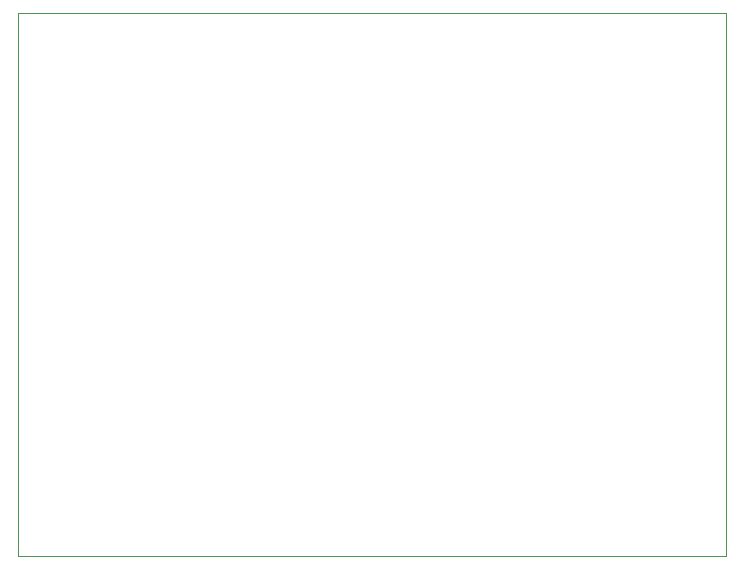
<source format=gbr>
%FSLAX34Y34*%
%MOMM*%
%LNOUTLINE*%
G71*
G01*
%ADD10C,0.002*%
%LPD*%
G54D10*
X-177800Y174500D02*
X422200Y174500D01*
X422200Y-285500D01*
X-177800Y-285500D01*
X-177800Y174500D01*
M02*

</source>
